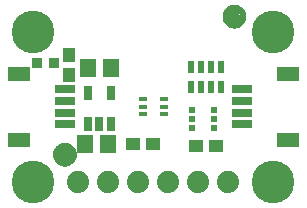
<source format=gbr>
G04 EAGLE Gerber RS-274X export*
G75*
%MOMM*%
%FSLAX34Y34*%
%LPD*%
%INSoldermask Top*%
%IPPOS*%
%AMOC8*
5,1,8,0,0,1.08239X$1,22.5*%
G01*
%ADD10R,1.341600X1.601600*%
%ADD11R,0.651600X1.301600*%
%ADD12R,1.176600X1.101600*%
%ADD13R,0.551600X1.001600*%
%ADD14R,0.601600X0.601600*%
%ADD15R,0.601600X0.501600*%
%ADD16C,1.879600*%
%ADD17C,3.617600*%
%ADD18R,1.651600X0.701600*%
%ADD19R,1.901600X1.301600*%
%ADD20C,1.101600*%
%ADD21C,0.500000*%
%ADD22R,0.901600X0.901600*%
%ADD23R,1.101600X1.176600*%
%ADD24R,0.751600X0.401600*%


D10*
X69240Y57150D03*
X88240Y57150D03*
D11*
X71780Y74629D03*
X81280Y74629D03*
X90780Y74629D03*
X90780Y100631D03*
X71780Y100631D03*
D10*
X71780Y121920D03*
X90780Y121920D03*
D12*
X109610Y57150D03*
X126610Y57150D03*
D13*
X184450Y105800D03*
X184450Y122800D03*
X175450Y105800D03*
X167450Y105800D03*
X158450Y105800D03*
X158450Y122800D03*
X175450Y122800D03*
X167450Y122800D03*
D14*
X177910Y71240D03*
D15*
X177910Y78740D03*
D14*
X177910Y86240D03*
X159910Y86240D03*
D15*
X159910Y78740D03*
D14*
X159910Y71240D03*
D16*
X63500Y25400D03*
X88900Y25400D03*
X114300Y25400D03*
X139700Y25400D03*
X165100Y25400D03*
X190500Y25400D03*
D17*
X25400Y152400D03*
X228600Y152400D03*
D18*
X202190Y83900D03*
X202190Y93900D03*
X202190Y73900D03*
X202190Y103900D03*
D19*
X241190Y60900D03*
X241190Y116900D03*
D18*
X51810Y93900D03*
X51810Y83900D03*
X51810Y103900D03*
X51810Y73900D03*
D19*
X12810Y116900D03*
X12810Y60900D03*
D20*
X52070Y48260D03*
D21*
X52070Y55760D02*
X51889Y55758D01*
X51708Y55751D01*
X51527Y55740D01*
X51346Y55725D01*
X51166Y55705D01*
X50986Y55681D01*
X50807Y55653D01*
X50629Y55620D01*
X50452Y55583D01*
X50275Y55542D01*
X50100Y55497D01*
X49925Y55447D01*
X49752Y55393D01*
X49581Y55335D01*
X49410Y55273D01*
X49242Y55206D01*
X49075Y55136D01*
X48909Y55062D01*
X48746Y54983D01*
X48585Y54901D01*
X48425Y54815D01*
X48268Y54725D01*
X48113Y54631D01*
X47960Y54534D01*
X47810Y54432D01*
X47662Y54328D01*
X47516Y54219D01*
X47374Y54108D01*
X47234Y53992D01*
X47097Y53874D01*
X46962Y53752D01*
X46831Y53627D01*
X46703Y53499D01*
X46578Y53368D01*
X46456Y53233D01*
X46338Y53096D01*
X46222Y52956D01*
X46111Y52814D01*
X46002Y52668D01*
X45898Y52520D01*
X45796Y52370D01*
X45699Y52217D01*
X45605Y52062D01*
X45515Y51905D01*
X45429Y51745D01*
X45347Y51584D01*
X45268Y51421D01*
X45194Y51255D01*
X45124Y51088D01*
X45057Y50920D01*
X44995Y50749D01*
X44937Y50578D01*
X44883Y50405D01*
X44833Y50230D01*
X44788Y50055D01*
X44747Y49878D01*
X44710Y49701D01*
X44677Y49523D01*
X44649Y49344D01*
X44625Y49164D01*
X44605Y48984D01*
X44590Y48803D01*
X44579Y48622D01*
X44572Y48441D01*
X44570Y48260D01*
X52070Y55760D02*
X52251Y55758D01*
X52432Y55751D01*
X52613Y55740D01*
X52794Y55725D01*
X52974Y55705D01*
X53154Y55681D01*
X53333Y55653D01*
X53511Y55620D01*
X53688Y55583D01*
X53865Y55542D01*
X54040Y55497D01*
X54215Y55447D01*
X54388Y55393D01*
X54559Y55335D01*
X54730Y55273D01*
X54898Y55206D01*
X55065Y55136D01*
X55231Y55062D01*
X55394Y54983D01*
X55555Y54901D01*
X55715Y54815D01*
X55872Y54725D01*
X56027Y54631D01*
X56180Y54534D01*
X56330Y54432D01*
X56478Y54328D01*
X56624Y54219D01*
X56766Y54108D01*
X56906Y53992D01*
X57043Y53874D01*
X57178Y53752D01*
X57309Y53627D01*
X57437Y53499D01*
X57562Y53368D01*
X57684Y53233D01*
X57802Y53096D01*
X57918Y52956D01*
X58029Y52814D01*
X58138Y52668D01*
X58242Y52520D01*
X58344Y52370D01*
X58441Y52217D01*
X58535Y52062D01*
X58625Y51905D01*
X58711Y51745D01*
X58793Y51584D01*
X58872Y51421D01*
X58946Y51255D01*
X59016Y51088D01*
X59083Y50920D01*
X59145Y50749D01*
X59203Y50578D01*
X59257Y50405D01*
X59307Y50230D01*
X59352Y50055D01*
X59393Y49878D01*
X59430Y49701D01*
X59463Y49523D01*
X59491Y49344D01*
X59515Y49164D01*
X59535Y48984D01*
X59550Y48803D01*
X59561Y48622D01*
X59568Y48441D01*
X59570Y48260D01*
X59568Y48079D01*
X59561Y47898D01*
X59550Y47717D01*
X59535Y47536D01*
X59515Y47356D01*
X59491Y47176D01*
X59463Y46997D01*
X59430Y46819D01*
X59393Y46642D01*
X59352Y46465D01*
X59307Y46290D01*
X59257Y46115D01*
X59203Y45942D01*
X59145Y45771D01*
X59083Y45600D01*
X59016Y45432D01*
X58946Y45265D01*
X58872Y45099D01*
X58793Y44936D01*
X58711Y44775D01*
X58625Y44615D01*
X58535Y44458D01*
X58441Y44303D01*
X58344Y44150D01*
X58242Y44000D01*
X58138Y43852D01*
X58029Y43706D01*
X57918Y43564D01*
X57802Y43424D01*
X57684Y43287D01*
X57562Y43152D01*
X57437Y43021D01*
X57309Y42893D01*
X57178Y42768D01*
X57043Y42646D01*
X56906Y42528D01*
X56766Y42412D01*
X56624Y42301D01*
X56478Y42192D01*
X56330Y42088D01*
X56180Y41986D01*
X56027Y41889D01*
X55872Y41795D01*
X55715Y41705D01*
X55555Y41619D01*
X55394Y41537D01*
X55231Y41458D01*
X55065Y41384D01*
X54898Y41314D01*
X54730Y41247D01*
X54559Y41185D01*
X54388Y41127D01*
X54215Y41073D01*
X54040Y41023D01*
X53865Y40978D01*
X53688Y40937D01*
X53511Y40900D01*
X53333Y40867D01*
X53154Y40839D01*
X52974Y40815D01*
X52794Y40795D01*
X52613Y40780D01*
X52432Y40769D01*
X52251Y40762D01*
X52070Y40760D01*
X51889Y40762D01*
X51708Y40769D01*
X51527Y40780D01*
X51346Y40795D01*
X51166Y40815D01*
X50986Y40839D01*
X50807Y40867D01*
X50629Y40900D01*
X50452Y40937D01*
X50275Y40978D01*
X50100Y41023D01*
X49925Y41073D01*
X49752Y41127D01*
X49581Y41185D01*
X49410Y41247D01*
X49242Y41314D01*
X49075Y41384D01*
X48909Y41458D01*
X48746Y41537D01*
X48585Y41619D01*
X48425Y41705D01*
X48268Y41795D01*
X48113Y41889D01*
X47960Y41986D01*
X47810Y42088D01*
X47662Y42192D01*
X47516Y42301D01*
X47374Y42412D01*
X47234Y42528D01*
X47097Y42646D01*
X46962Y42768D01*
X46831Y42893D01*
X46703Y43021D01*
X46578Y43152D01*
X46456Y43287D01*
X46338Y43424D01*
X46222Y43564D01*
X46111Y43706D01*
X46002Y43852D01*
X45898Y44000D01*
X45796Y44150D01*
X45699Y44303D01*
X45605Y44458D01*
X45515Y44615D01*
X45429Y44775D01*
X45347Y44936D01*
X45268Y45099D01*
X45194Y45265D01*
X45124Y45432D01*
X45057Y45600D01*
X44995Y45771D01*
X44937Y45942D01*
X44883Y46115D01*
X44833Y46290D01*
X44788Y46465D01*
X44747Y46642D01*
X44710Y46819D01*
X44677Y46997D01*
X44649Y47176D01*
X44625Y47356D01*
X44605Y47536D01*
X44590Y47717D01*
X44579Y47898D01*
X44572Y48079D01*
X44570Y48260D01*
D20*
X195580Y165100D03*
D21*
X195580Y172600D02*
X195399Y172598D01*
X195218Y172591D01*
X195037Y172580D01*
X194856Y172565D01*
X194676Y172545D01*
X194496Y172521D01*
X194317Y172493D01*
X194139Y172460D01*
X193962Y172423D01*
X193785Y172382D01*
X193610Y172337D01*
X193435Y172287D01*
X193262Y172233D01*
X193091Y172175D01*
X192920Y172113D01*
X192752Y172046D01*
X192585Y171976D01*
X192419Y171902D01*
X192256Y171823D01*
X192095Y171741D01*
X191935Y171655D01*
X191778Y171565D01*
X191623Y171471D01*
X191470Y171374D01*
X191320Y171272D01*
X191172Y171168D01*
X191026Y171059D01*
X190884Y170948D01*
X190744Y170832D01*
X190607Y170714D01*
X190472Y170592D01*
X190341Y170467D01*
X190213Y170339D01*
X190088Y170208D01*
X189966Y170073D01*
X189848Y169936D01*
X189732Y169796D01*
X189621Y169654D01*
X189512Y169508D01*
X189408Y169360D01*
X189306Y169210D01*
X189209Y169057D01*
X189115Y168902D01*
X189025Y168745D01*
X188939Y168585D01*
X188857Y168424D01*
X188778Y168261D01*
X188704Y168095D01*
X188634Y167928D01*
X188567Y167760D01*
X188505Y167589D01*
X188447Y167418D01*
X188393Y167245D01*
X188343Y167070D01*
X188298Y166895D01*
X188257Y166718D01*
X188220Y166541D01*
X188187Y166363D01*
X188159Y166184D01*
X188135Y166004D01*
X188115Y165824D01*
X188100Y165643D01*
X188089Y165462D01*
X188082Y165281D01*
X188080Y165100D01*
X195580Y172600D02*
X195761Y172598D01*
X195942Y172591D01*
X196123Y172580D01*
X196304Y172565D01*
X196484Y172545D01*
X196664Y172521D01*
X196843Y172493D01*
X197021Y172460D01*
X197198Y172423D01*
X197375Y172382D01*
X197550Y172337D01*
X197725Y172287D01*
X197898Y172233D01*
X198069Y172175D01*
X198240Y172113D01*
X198408Y172046D01*
X198575Y171976D01*
X198741Y171902D01*
X198904Y171823D01*
X199065Y171741D01*
X199225Y171655D01*
X199382Y171565D01*
X199537Y171471D01*
X199690Y171374D01*
X199840Y171272D01*
X199988Y171168D01*
X200134Y171059D01*
X200276Y170948D01*
X200416Y170832D01*
X200553Y170714D01*
X200688Y170592D01*
X200819Y170467D01*
X200947Y170339D01*
X201072Y170208D01*
X201194Y170073D01*
X201312Y169936D01*
X201428Y169796D01*
X201539Y169654D01*
X201648Y169508D01*
X201752Y169360D01*
X201854Y169210D01*
X201951Y169057D01*
X202045Y168902D01*
X202135Y168745D01*
X202221Y168585D01*
X202303Y168424D01*
X202382Y168261D01*
X202456Y168095D01*
X202526Y167928D01*
X202593Y167760D01*
X202655Y167589D01*
X202713Y167418D01*
X202767Y167245D01*
X202817Y167070D01*
X202862Y166895D01*
X202903Y166718D01*
X202940Y166541D01*
X202973Y166363D01*
X203001Y166184D01*
X203025Y166004D01*
X203045Y165824D01*
X203060Y165643D01*
X203071Y165462D01*
X203078Y165281D01*
X203080Y165100D01*
X203078Y164919D01*
X203071Y164738D01*
X203060Y164557D01*
X203045Y164376D01*
X203025Y164196D01*
X203001Y164016D01*
X202973Y163837D01*
X202940Y163659D01*
X202903Y163482D01*
X202862Y163305D01*
X202817Y163130D01*
X202767Y162955D01*
X202713Y162782D01*
X202655Y162611D01*
X202593Y162440D01*
X202526Y162272D01*
X202456Y162105D01*
X202382Y161939D01*
X202303Y161776D01*
X202221Y161615D01*
X202135Y161455D01*
X202045Y161298D01*
X201951Y161143D01*
X201854Y160990D01*
X201752Y160840D01*
X201648Y160692D01*
X201539Y160546D01*
X201428Y160404D01*
X201312Y160264D01*
X201194Y160127D01*
X201072Y159992D01*
X200947Y159861D01*
X200819Y159733D01*
X200688Y159608D01*
X200553Y159486D01*
X200416Y159368D01*
X200276Y159252D01*
X200134Y159141D01*
X199988Y159032D01*
X199840Y158928D01*
X199690Y158826D01*
X199537Y158729D01*
X199382Y158635D01*
X199225Y158545D01*
X199065Y158459D01*
X198904Y158377D01*
X198741Y158298D01*
X198575Y158224D01*
X198408Y158154D01*
X198240Y158087D01*
X198069Y158025D01*
X197898Y157967D01*
X197725Y157913D01*
X197550Y157863D01*
X197375Y157818D01*
X197198Y157777D01*
X197021Y157740D01*
X196843Y157707D01*
X196664Y157679D01*
X196484Y157655D01*
X196304Y157635D01*
X196123Y157620D01*
X195942Y157609D01*
X195761Y157602D01*
X195580Y157600D01*
X195399Y157602D01*
X195218Y157609D01*
X195037Y157620D01*
X194856Y157635D01*
X194676Y157655D01*
X194496Y157679D01*
X194317Y157707D01*
X194139Y157740D01*
X193962Y157777D01*
X193785Y157818D01*
X193610Y157863D01*
X193435Y157913D01*
X193262Y157967D01*
X193091Y158025D01*
X192920Y158087D01*
X192752Y158154D01*
X192585Y158224D01*
X192419Y158298D01*
X192256Y158377D01*
X192095Y158459D01*
X191935Y158545D01*
X191778Y158635D01*
X191623Y158729D01*
X191470Y158826D01*
X191320Y158928D01*
X191172Y159032D01*
X191026Y159141D01*
X190884Y159252D01*
X190744Y159368D01*
X190607Y159486D01*
X190472Y159608D01*
X190341Y159733D01*
X190213Y159861D01*
X190088Y159992D01*
X189966Y160127D01*
X189848Y160264D01*
X189732Y160404D01*
X189621Y160546D01*
X189512Y160692D01*
X189408Y160840D01*
X189306Y160990D01*
X189209Y161143D01*
X189115Y161298D01*
X189025Y161455D01*
X188939Y161615D01*
X188857Y161776D01*
X188778Y161939D01*
X188704Y162105D01*
X188634Y162272D01*
X188567Y162440D01*
X188505Y162611D01*
X188447Y162782D01*
X188393Y162955D01*
X188343Y163130D01*
X188298Y163305D01*
X188257Y163482D01*
X188220Y163659D01*
X188187Y163837D01*
X188159Y164016D01*
X188135Y164196D01*
X188115Y164376D01*
X188100Y164557D01*
X188089Y164738D01*
X188082Y164919D01*
X188080Y165100D01*
D17*
X25400Y25400D03*
X228600Y25400D03*
D22*
X28060Y125730D03*
X43060Y125730D03*
D23*
X55880Y132960D03*
X55880Y115960D03*
D24*
X118000Y95400D03*
X118000Y88900D03*
X118000Y82400D03*
X136000Y82400D03*
X136000Y88900D03*
X136000Y95400D03*
D12*
X162950Y55880D03*
X179950Y55880D03*
M02*

</source>
